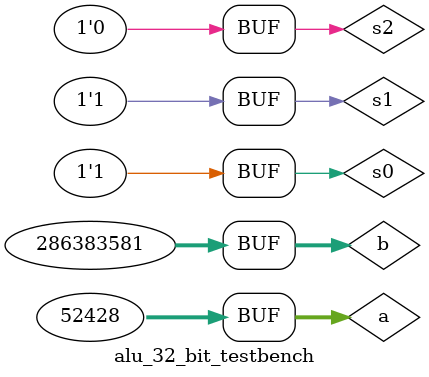
<source format=v>
module alu_32_bit_testbench();

reg [31:0] a, b;
reg s0, s1, s2;
wire [31:0] res;

//ALUT stands for alu testbench
alu_32_bit testALU(res, a, b, s0, s1, s2);

initial begin

//SUB Operation
 a = 32'hFFFFFFFF; b = 32'h00000000; s0 = 0; s1 = 0; s2 = 1;
 #20;
 a = 32'hFFFFFFFF; b = 32'hFFFFFFFF; s0 = 0; s1 = 0; s2 = 1;
 #20;
 a = 32'hFFFFFFFF; b = 32'h01010011; s0 = 0; s1 = 0; s2 = 1;
 #20;
 a = 32'hFFAABB00; b = 32'hDDFF11BB; s0 = 0; s1 = 0; s2 = 1;
 #20;

//XOR Operation
 a = 32'h0000FFFF; b = 32'h0; s0 = 0; s1 = 1; s2 = 1;
 #20;
 a = 32'hF0F0F0F0; b = 32'hFFFFFFFF; s0 = 0; s1 = 1; s2 = 1;
 #20;

//OR Operation
 a = 32'hFFFFFFFF; b = 32'h00000000; s0 = 1; s1 = 0; s2 = 1;
 #20;
 a = 32'h0000F0F0; b = 32'hFFFF0000; s0 = 1; s1 = 0; s2 = 1;
 #20;

//NOR Operation
 a = 32'hFFFFFFFF; b = 32'h00000000; s0 = 1; s1 = 1; s2 = 1;
 #20;
 a = 32'h0000F0F0; b = 32'hFFFF0000; s0 = 1; s1 = 1; s2 = 1;
 #20;

//ADD Operation
 a = 32'hFFFF0000; b = 32'h0000BBBB; s0 = 0; s1 = 0; s2 = 0;
 #20;
 a = 32'hFABC00DF; b = 32'hABC00BDA; s0 = 0; s1 = 0; s2 = 0;
 #20;
 a = 32'hFFFF0000; b = 32'hA1BEEEE; s0 = 0; s1 = 0; s2 = 0;
 #20;
 
//MULT Operation doesn't work, therefore there is no need to test it because it will generate garbage value

//AND Operation
a = 32'hFFFFFFFF; b = 32'h00000000; s0 = 1; s1 = 0; s2 = 0;
#20;
a = 32'h0000F0F0; b = 32'hFFFF0000; s0 = 1; s1 = 0; s2 = 0;
#20;
//SLT Operation
 a = 32'hFFFF0000; b = 32'hAAAA1111; s0 = 1; s1 = 1; s2 = 0;
 #20
 a = 32'h05453FAF; b = 32'h00000001; s0 = 1; s1 = 1; s2 = 0;
 #20;
 a = 32'hAAAABBBB; b = 32'hFFFFFFFF; s0 = 1; s1 = 1; s2 = 0;
 #20; 
 a = 32'h0000CCCC; b = 32'h1111DDDD; s0 = 1; s1 = 1; s2 = 0;
 #20;

end

initial
begin
$monitor("ALU operation result = %8h, a =%8h, b= %8h, s0= %1b, s1= %1b, s2= %1b",res, a, b, s0, s1, s2);
end
 

endmodule

</source>
